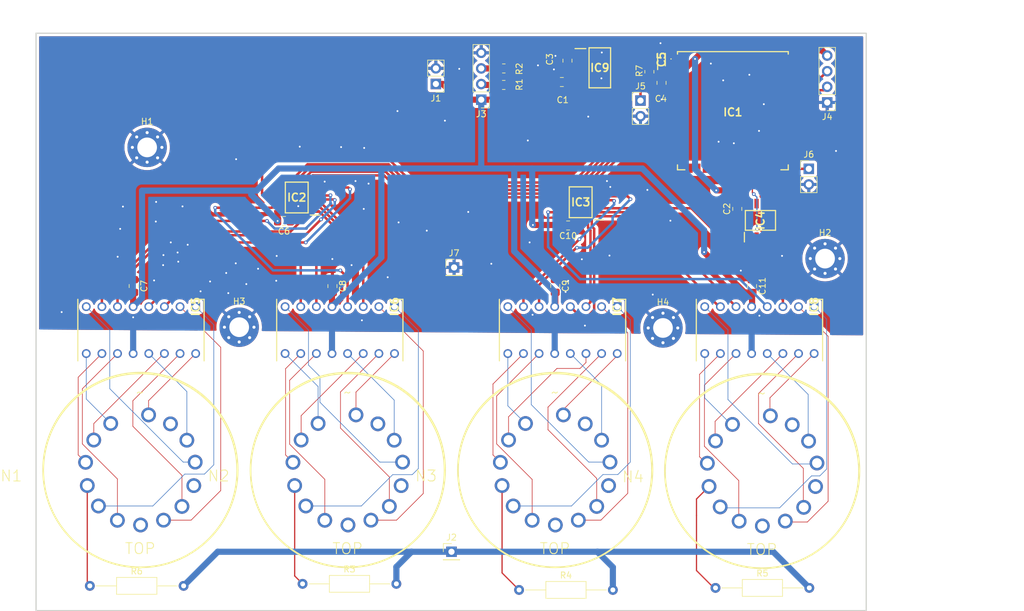
<source format=kicad_pcb>
(kicad_pcb (version 20240108) (generator "pcbnew") (generator_version "8.0")
  (layers (0 "F.Cu" signal) (31 "B.Cu" signal) (34 "B.Paste" user) (35 "F.Paste" user) (36 "B.SilkS" user "B.Silkscreen") (37 "F.SilkS" user "F.Silkscreen") (38 "B.Mask" user) (39 "F.Mask" user) (44 "Edge.Cuts" user))
  (net 0 "")
  (net 1 "+3.3V")
  (net 2 "GND")
  (net 3 "N2C")
  (net 4 "R1DO")
  (net 5 "N1A")
  (net 6 "N2A")
  (net 7 "N1D")
  (net 8 "NIXI_EN")
  (net 9 "+5V")
  (net 10 "O_CLK")
  (net 11 "RST")
  (net 12 "N2D")
  (net 13 "N2B")
  (net 14 "N1B")
  (net 15 "D_CLK")
  (net 16 "N1C")
  (net 17 "N4A")
  (net 18 "N3D")
  (net 19 "N3A")
  (net 20 "NIXI_DATA")
  (net 21 "N3B")
  (net 22 "N4C")
  (net 23 "N4D")
  (net 24 "N3C")
  (net 25 "N4B")
  (net 26 "N19")
  (net 27 "N10")
  (net 28 "N13")
  (net 29 "N17")
  (net 30 "N16")
  (net 31 "N12")
  (net 32 "N18")
  (net 33 "N14")
  (net 34 "N11")
  (net 35 "N15")
  (net 36 "N20")
  (net 37 "N25")
  (net 38 "N22")
  (net 39 "N27")
  (net 40 "N29")
  (net 41 "N23")
  (net 42 "N26")
  (net 43 "N21")
  (net 44 "N24")
  (net 45 "N28")
  (net 46 "N33")
  (net 47 "N37")
  (net 48 "N31")
  (net 49 "N38")
  (net 50 "N35")
  (net 51 "N34")
  (net 52 "N30")
  (net 53 "N32")
  (net 54 "N36")
  (net 55 "N39")
  (net 56 "N47")
  (net 57 "N45")
  (net 58 "N41")
  (net 59 "N48")
  (net 60 "N40")
  (net 61 "N46")
  (net 62 "N42")
  (net 63 "N44")
  (net 64 "N43")
  (net 65 "N49")
  (net 66 "VBUS")
  (net 70 "RXD")
  (net 73 "BOOT")
  (net 75 "TXD")
  (net 82 "Net-(J3-Pin_3)")
  (net 92 "SCL")
  (net 93 "INT")
  (net 94 "SDA")
  (net 98 "Net-(J3-Pin_2)")
  (net 99 "Net-(N2-A)")
  (net 100 "Net-(N3-A)")
  (net 101 "Net-(N4-A)")
  (net 102 "Net-(N1-A)")
  (net 103 "Net-(IC2-Q7S)")
  (net 108 "EN")
  (footprint "Capacitor_SMD:C_0805_2012Metric_Pad1.18x1.45mm_HandSolder" (layer "F.Cu") (at 232.085 93.115 90)
    (property "Reference" "C2")
    (property "Value" "10u")
  )
  (footprint "SamacSys_Parts:DIPS762W70P254L2032H510Q16N" (layer "F.Cu") (at 244.58 109 -90)
    (property "Reference" "IC8")
    (property "Value" "74141" (hide yes))
  )
  (footprint "Capacitor_SMD:C_0805_2012Metric_Pad1.18x1.45mm_HandSolder" (layer "F.Cu") (at 134.01 105.65 -90)
    (property "Reference" "C7")
    (property "Value" "10u")
  )
  (footprint "MountingHole:MountingHole_3.2mm_M3_Pad_Via" (layer "F.Cu") (at 151.15 112.34)
    (property "Reference" "H3")
    (property "Value" "MountingHole_Pad")
  )
  (footprint "Connector_PinHeader_2.54mm:PinHeader_1x01_P2.54mm_Vertical" (layer "F.Cu") (at 185.648589 148.83)
    (property "Reference" "J2")
    (property "Value" "Conn_01x01")
  )
  (footprint "Connector_PinHeader_2.54mm:PinHeader_1x02_P2.54mm_Vertical" (layer "F.Cu") (at 243.71 86.605)
    (property "Reference" "J6")
    (property "Value" "Conn_01x02")
  )
  (footprint "nixies-us:nixies-us-IN-4-DSUB" (layer "F.Cu") (at 168.765726 135.61392 180)
    (property "Reference" "N2")
    (property "Value" "~")
  )
  (footprint "Resistor_SMD:R_0805_2012Metric_Pad1.20x1.40mm_HandSolder" (layer "F.Cu") (at 194.14 72.97 180)
    (property "Reference" "R1")
    (property "Value" "4k7")
  )
  (footprint "nixies-us:nixies-us-IN-4-DSUB" (layer "F.Cu") (at 236.09906 135.76378 180)
    (property "Reference" "N4")
    (property "Value" "~")
  )
  (footprint "Connector_PinHeader_2.54mm:PinHeader_1x04_P2.54mm_Vertical" (layer "F.Cu") (at 190.48 75.37 180)
    (property "Reference" "J3")
    (property "Value" "Conn_01x04")
  )
  (footprint "Capacitor_SMD:C_0805_2012Metric_Pad1.18x1.45mm_HandSolder" (layer "F.Cu") (at 158.43 95.08 180)
    (property "Reference" "C6")
    (property "Value" "10u")
  )
  (footprint "MountingHole:MountingHole_3.2mm_M3_Pad_Via" (layer "F.Cu") (at 220.012944 112.462944)
    (property "Reference" "H4")
    (property "Value" "MountingHole_Pad")
  )
  (footprint "SamacSys_Parts:DIPS762W70P254L2032H510Q16N" (layer "F.Cu") (at 212.58 109 -90)
    (property "Reference" "IC7")
    (property "Value" "74141" (hide yes))
  )
  (footprint "Capacitor_SMD:C_0805_2012Metric_Pad1.18x1.45mm_HandSolder" (layer "F.Cu") (at 202.51 105.63 -90)
    (property "Reference" "C9")
    (property "Value" "10u")
  )
  (footprint "Capacitor_SMD:C_0805_2012Metric_Pad1.18x1.45mm_HandSolder" (layer "F.Cu") (at 204.6 95.81 180)
    (property "Reference" "C10")
    (property "Value" "10u")
  )
  (footprint "Capacitor_SMD:C_0805_2012Metric_Pad1.18x1.45mm_HandSolder" (layer "F.Cu") (at 166.3 105.66 -90)
    (property "Reference" "C8")
    (property "Value" "10u")
  )
  (footprint "SamacSys_Parts:SOP65P640X110-16N" (layer "F.Cu") (at 206.64 92.03 180)
    (property "Reference" "IC3")
    (property "Value" "74AHCT595PW-Q100,1" (hide yes))
  )
  (footprint "Capacitor_SMD:C_0805_2012Metric_Pad1.18x1.45mm_HandSolder" (layer "F.Cu") (at 204.49 69.03 -90)
    (property "Reference" "C3")
    (property "Value" "10u")
  )
  (footprint "MountingHole:MountingHole_3.2mm_M3_Pad_Via" (layer "F.Cu") (at 136.19 83.12)
    (property "Reference" "H1")
    (property "Value" "MountingHole_Pad")
  )
  (footprint "Connector_PinHeader_2.54mm:PinHeader_1x02_P2.54mm_Vertical" (layer "F.Cu") (at 216.36 75.51)
    (property "Reference" "J5")
    (property "Value" "Conn_01x02")
  )
  (footprint "Resistor_THT:R_Axial_DIN0207_L6.3mm_D2.5mm_P15.24mm_Horizontal" (layer "F.Cu") (at 228.55 154.7)
    (property "Reference" "R5")
    (property "Value" "6k8")
  )
  (footprint "SamacSys_Parts:SOT230P700X180-4N" (layer "F.Cu") (at 209.75 70.19)
    (property "Reference" "IC9")
    (property "Value" "LM1117MP-3.3_NOPB" (hide yes))
  )
  (footprint "Connector_PinHeader_2.54mm:PinHeader_1x02_P2.54mm_Vertical" (layer "F.Cu") (at 183.11 72.815 180)
    (property "Reference" "J1")
    (property "Value" "Conn_01x02")
  )
  (footprint "Resistor_SMD:R_0805_2012Metric_Pad1.20x1.40mm_HandSolder" (layer "F.Cu") (at 194.15 70.29 180)
    (property "Reference" "R2")
    (property "Value" "4k7")
  )
  (footprint "Resistor_THT:R_Axial_DIN0207_L6.3mm_D2.5mm_P15.24mm_Horizontal" (layer "F.Cu") (at 161.45 154.04)
    (property "Reference" "R3")
    (property "Value" "6k8")
  )
  (footprint "MountingHole:MountingHole_3.2mm_M3_Pad_Via" (layer "F.Cu") (at 246.35 101.19)
    (property "Reference" "H2")
    (property "Value" "MountingHole_Pad")
  )
  (footprint "SamacSys_Parts:SOIC127P600X175-8N" (layer "F.Cu") (at 235.85 94.98 90)
    (property "Reference" "IC4")
    (property "Value" "PCF85063AT_AY" (hide yes))
  )
  (footprint "SamacSys_Parts:DIPS762W70P254L2032H510Q16N" (layer "F.Cu") (at 144.08 109 -90)
    (property "Reference" "IC5")
    (property "Value" "74141" (hide yes))
  )
  (footprint "Connector_PinHeader_2.54mm:PinHeader_1x01_P2.54mm_Vertical" (layer "F.Cu") (at 186.07 102.63)
    (property "Reference" "J7")
    (property "Value" "Conn_01x01")
  )
  (footprint "SamacSys_Parts:DIPS762W70P254L2032H510Q16N" (layer "F.Cu") (at 176.39 109 -90)
    (property "Reference" "IC6")
    (property "Value" "74141" (hide yes))
  )
  (footprint "Resistor_SMD:R_0805_2012Metric_Pad1.20x1.40mm_HandSolder" (layer "F.Cu") (at 217.8 70.83 -90)
    (property "Reference" "R7")
    (property "Value" "10k")
  )
  (footprint "Resistor_THT:R_Axial_DIN0207_L6.3mm_D2.5mm_P15.24mm_Horizontal" (layer "F.Cu") (at 126.88 154.37)
    (property "Reference" "R6")
    (property "Value" "6k8")
  )
  (footprint "Capacitor_SMD:C_0805_2012Metric_Pad1.18x1.45mm_HandSolder" (layer "F.Cu") (at 203.58 72.5)
    (property "Reference" "C1")
    (property "Value" "10u")
  )
  (footprint "Resistor_THT:R_Axial_DIN0207_L6.3mm_D2.5mm_P15.24mm_Horizontal" (layer "F.Cu") (at 196.63 155.03)
    (property "Reference" "R4")
    (property "Value" "6k8")
  )
  (footprint "SamacSys_Parts:SOP65P640X110-16N" (layer "F.Cu") (at 160.5 91.265 180)
    (property "Reference" "IC2")
    (property "Value" "74AHCT595PW-Q100,1" (hide yes))
  )
  (footprint "Connector_PinHeader_2.54mm:PinHeader_1x04_P2.54mm_Vertical" (layer "F.Cu") (at 246.7 75.82 180)
    (property "Reference" "J4")
    (property "Value" "Conn_01x04")
  )
  (footprint "SamacSys_Parts:ESP32S3WROOM1UN4" (layer "F.Cu") (at 231.37 77.41)
    (property "Reference" "IC1")
    (property "Value" "ESP32-S3-WROOM-1U-N4" (hide yes))
  )
  (footprint "Capacitor_SMD:C_0805_2012Metric_Pad1.18x1.45mm_HandSolder" (layer "F.Cu") (at 219.78 72.6325 -90)
    (property "Reference" "C4")
    (property "Value" "10u")
  )
  (footprint "Capacitor_SMD:C_0805_2012Metric_Pad1.18x1.45mm_HandSolder" (layer "F.Cu") (at 234.49 105.66 -90)
    (property "Reference" "C11")
    (property "Value" "10u")
  )
  (footprint "SamacSys_Parts:CAPPM2012X120N" (layer "F.Cu") (at 219.77 68.85 90)
    (property "Reference" "C5")
    (property "Value" "TMCP0G476MTR2F" (hide yes))
  )
  (footprint "nixies-us:nixies-us-IN-4-DSUB" (layer "F.Cu") (at 202.465412 135.61392 180)
    (property "Reference" "N3")
    (property "Value" "~")
  )
  (footprint "nixies-us:nixies-us-IN-4-DSUB" (layer "F.Cu") (at 135.06604 135.61392 180)
    (property "Reference" "N1")
    (property "Value" "~")
  )
  (gr_rect (start 118.14 64.57) (end 253.04 158.39) (stroke (width 0.2)) (fill none) (layer "Edge.Cuts"))
  (segment (start 226.62 67.35) (end 225.225 68.745) (width 1) (layer "F.Cu") (net 1))
  (segment (start 223.95 70.02) (end 222.62 70.02) (width 1) (layer "F.Cu") (net 1))
  (segment (start 232.085 92.0775) (end 233.7675 92.0775) (width 0.4) (layer "F.Cu") (net 1))
  (segment (start 230.1075 90.1) (end 232.085 92.0775) (width 1) (layer "F.Cu") (net 1))
  (segment (start 228.67 90.1) (end 230.1075 90.1) (width 1) (layer "F.Cu") (net 1))
  (segment (start 212.9 70.19) (end 217.44 70.19) (width 1) (layer "F.Cu") (net 1))
  (segment (start 233.7675 92.0775) (end 233.945 92.255) (width 0.4) (layer "F.Cu") (net 1))
  (segment (start 212.7775 70.0675) (end 212.9 70.19) (width 1) (layer "F.Cu") (net 1))
  (segment (start 217.44 70.19) (end 217.8 69.83) (width 1) (layer "F.Cu") (net 1))
  (segment (start 246.7 68.2) (end 245.85 67.35) (width 1) (layer "F.Cu") (net 1))
  (segment (start 220.04 70.02) (end 222.62 70.02) (width 1) (layer "F.Cu") (net 1))
  (segment (start 219.77 69.75) (end 220.04 70.02) (width 1) (layer "F.Cu") (net 1))
  (segment (start 245.85 67.35) (end 226.62 67.35) (width 1) (layer "F.Cu") (net 1))
  (segment (start 206.6 70.19) (end 204.6125 70.19) (width 1) (layer "F.Cu") (net 1))
  (segment (start 204.6125 70.19) (end 204.49 70.0675) (width 1) (layer "F.Cu") (net 1))
  (segment (start 225.225 68.745) (end 223.95 70.02) (width 1) (layer "F.Cu") (net 1))
  (segment (start 219.69 69.83) (end 219.77 69.75) (width 1) (layer "F.Cu") (net 1))
  (segment (start 204.49 70.0675) (end 212.7775 70.0675) (width 1) (layer "F.Cu") (net 1))
  (segment (start 217.8 69.83) (end 219.69 69.83) (width 1) (layer "F.Cu") (net 1))
  (via (at 225.225 68.745) (size 0.6) (drill 0.3) (layers "F.Cu" "B.Cu") (net 1))
  (via (at 228.67 90.1) (size 0.6) (drill 0.3) (layers "F.Cu" "B.Cu") (net 1))
  (segment (start 225.225 86.655) (end 228.67 90.1) (width 1) (layer "B.Cu") (net 1))
  (segment (start 225.225 68.745) (end 225.225 86.655) (width 1) (layer "B.Cu") (net 1))
  (segment (start 209.578 89.755) (end 211.245 89.755) (width 0.4) (layer "F.Cu") (net 2))
  (segment (start 133.96 104.7) (end 134 104.74) (width 0.4) (layer "F.Cu") (net 2))
  (segment (start 134.01 104.65) (end 133.96 104.7) (width 0.4) (layer "F.Cu") (net 2))
  (segment (start 211.245 89.755) (end 211.45 89.55) (width 0.4) (layer "F.Cu") (net 2))
  (segment (start 134.01 104.6125) (end 134.01 104.65) (width 0.4) (layer "F.Cu") (net 2))
  (segment (start 134 104.74) (end 137.32 104.74) (width 0.4) (layer "F.Cu") (net 2))
  (segment (start 165.04 88.68) (end 163.748 88.68) (width 0.4) (layer "F.Cu") (net 2))
  (segment (start 163.748 88.68) (end 163.438 88.99) (width 0.4) (layer "F.Cu") (net 2))
  (via (at 234.05 71.32) (size 0.6) (drill 0.3) (layers "F.Cu" "B.Cu") (net 2))
  (via (at 219.79 75.33) (size 0.6) (drill 0.3) (layers "F.Cu" "B.Cu") (net 2))
  (via (at 166.29 101.26) (size 0.6) (drill 0.3) (layers "F.Cu" "B.Cu") (net 2))
  (via (at 198.34 98.56) (size 0.6) (drill 0.3) (layers "F.Cu" "B.Cu") (net 2))
  (via (at 211.32 100.7) (size 0.6) (drill 0.3) (layers "F.Cu" "B.Cu") (net 2))
  (via (at 207.87 78.12) (size 0.6) (drill 0.3) (layers "F.Cu" "B.Cu") (net 2))
  (via (at 157.24 100.76) (size 0.6) (drill 0.3) (layers "F.Cu" "B.Cu") (net 2))
  (via (at 149.04 103.53) (size 0.6) (drill 0.3) (layers "F.Cu" "B.Cu") (net 2))
  (via (at 231.53 82.45) (size 0.6) (drill 0.3) (layers "F.Cu" "B.Cu") (net 2))
  (via (at 199.7 69.79) (size 0.6) (drill 0.3) (layers "F.Cu" "B.Cu") (net 2))
  (via (at 138.84 100.62) (size 0.6) (drill 0.3) (layers "F.Cu" "B.Cu") (net 2))
  (via (at 160.99 83) (size 0.6) (drill 0.3) (layers "F.Cu" "B.Cu") (net 2))
  (via (at 202.29 70.45) (size 0.6) (drill 0.3) (layers "F.Cu" "B.Cu") (net 2))
  (via (at 198.05 82) (size 0.6) (drill 0.3) (layers "F.Cu" "B.Cu") (net 2))
  (via (at 204.19 106.61) (size 0.6) (drill 0.3) (layers "F.Cu" "B.Cu") (net 2))
  (via (at 171.09 111.22) (size 0.6) (drill 0.3) (layers "F.Cu" "B.Cu") (net 2))
  (via (at 239.36 100.75) (size 0.6) (drill 0.3) (layers "F.Cu" "B.Cu") (net 2))
  (via (at 150.59 101.96) (size 0.6) (drill 0.3) (layers "F.Cu" "B.Cu") (net 2))
  (via (at 150.65 85.04) (size 0.6) (drill 0.3) (layers "F.Cu" "B.Cu") (net 2))
  (via (at 210.91 88.59) (size 0.6) (drill 0.3) (layers "F.Cu" "B.Cu") (net 2))
  (via (at 160.75 92.67) (size 0.6) (drill 0.3) (layers "F.Cu" "B.Cu") (net 2))
  (via (at 176.87 77.22) (size 0.6) (drill 0.3) (layers "F.Cu" "B.Cu") (net 2))
  (via (at 141.25 101.69) (size 0.6) (drill 0.3) (layers "F.Cu" "B.Cu") (net 2))
  (via (at 152.31 105.33) (size 0.6) (drill 0.3) (layers "F.Cu" "B.Cu") (net 2))
  (via (at 198.82 110.32) (size 0.6) (drill 0.3) (layers "F.Cu" "B.Cu") (net 2))
  (via (at 157.17 104.79) (size 0.6) (drill 0.3) (layers "F.Cu" "B.Cu") (net 2))
  (via (at 144.87 106.51) (size 0.6) (drill 0.3) (layers "F.Cu" "B.Cu") (net 2))
  (via (at 167.71 83.07) (size 0.6) (drill 0.3) (layers "F.Cu" "B.Cu") (net 2))
  (via (at 236.4 76.1) (size 0.6) (drill 0.3) (layers "F.Cu" "B.Cu") (net 2))
  (via (at 170.05 88.59) (size 0.6) (drill 0.3) (layers "F.Cu" "B.Cu") (net 2))
  (via (at 184.58 78.78) (size 0.6) (drill 0.3) (layers "F.Cu" "B.Cu") (net 2))
  (via (at 235.68 110.47) (size 0.6) (drill 0.3) (layers "F.Cu" "B.Cu") (net 2))
  (via (at 219.61 66.19) (size 0.6) (drill 0.3) (layers "F.Cu" "B.Cu") (net 2))
  (via (at 227.79 69.5) (size 0.6) (drill 0.3) (layers "F.Cu" "B.Cu") (net 2))
  (via (at 131.4 100.89) (size 0.6) (drill 0.3) (layers "F.Cu" "B.Cu") (net 2))
  (via (at 204.61 104.81) (size 0.6) (drill 0.3) (layers "F.Cu" "B.Cu") (net 2))
  (via (at 202.54 68.25) (size 0.6) (drill 0.3) (layers "F.Cu" "B.Cu") (net 2))
  (via (at 206.83 101.3) (size 0.6) (drill 0.3) (layers "F.Cu" "B.Cu") (net 2))
  (via (at 217.48 90.03) (size 0.6) (drill 0.3) (layers "F.Cu" "B.Cu") (net 2))
  (via (at 218.35 107.04) (size 0.6) (drill 0.3) (layers "F.Cu" "B.Cu") (net 2))
  (via (at 229.8 72.23) (size 0.6) (drill 0.3) (layers "F.Cu" "B.Cu") (net 2))
  (via (at 146.42 104.91) (size 0.6) (drill 0.3) (layers "F.Cu" "B.Cu") (net 2))
  (via (at 181.63 96.65) (size 0.6) (drill 0.3) (layers "F.Cu" "B.Cu") (net 2))
  (via (at 188.37 93.61) (size 0.6) (drill 0.3) (layers "F.Cu" "B.Cu") (net 2))
  (via (at 172.17 89.01) (size 0.6) (drill 0.3) (layers "F.Cu" "B.Cu") (net 2))
  (via (at 248.13 83.7) (size 0.6) (drill 0.3) (layers "F.Cu" "B.Cu") (net 2))
  (via (at 137.65 91.98) (size 0.6) (drill 0.3) (layers "F.Cu" "B.Cu") (net 2))
  (via (at 142.78 98.94) (size 0.6) (drill 0.3) (layers "F.Cu" "B.Cu") (net 2))
  (via (at 141.14 100.2) (size 0.6) (drill 0.3) (layers "F.Cu" "B.Cu") (net 2))
  (via (at 138.79 102.25) (size 0.6) (drill 0.3) (layers "F.Cu" "B.Cu") (net 2))
  (via (at 154.22 102.84) (size 0.6) (drill 0.3) (layers "F.Cu" "B.Cu") (net 2))
  (via (at 165.04 88.68) (size 0.6) (drill 0.3) (layers "F.Cu" "B.Cu") (net 2))
  (via (at 177.05 95.31) (size 0.6) (drill 0.3) (layers "F.Cu" "B.Cu") (net 2))
  (via (at 137.6 95.17) (size 0.6) (drill 0.3) (layers "F.Cu" "B.Cu") (net 2))
  (via (at 140.03 98.56) (size 0.6) (drill 0.3) (layers "F.Cu" "B.Cu") (net 2))
  (via (at 132.26 92.74) (size 0.6) (drill 0.3) (layers "F.Cu" "B.Cu") (net 2))
  (via (at 133.92 110.73) (size 0.6) (drill 0.3) (layers "F.Cu" "B.Cu") (net 2))
  (via (at 207.33 112.08) (size 0.6) (drill 0.3) (layers "F.Cu" "B.Cu") (net 2))
  (via (at 186.91 70.36) (size 0.6) (drill 0.3) (layers "F.Cu" "B.Cu") (net 2))
  (via (at 169.41 102.25) (size 0.6) (drill 0.3) (layers "F.Cu" "B.Cu") (net 2))
  (via (at 141.94 92.71) (size 0.6) (drill 0.3) (layers "F.Cu" "B.Cu") (net 2))
  (via (at 211.45 89.55) (size 0.6) (drill 0.3) (layers "F.Cu" "B.Cu") (net 2))
  (via (at 232.66 103.14) (size 0.6) (drill 0.3) (layers "F.Cu" "B.Cu") (net 2))
  (via (at 192.12 102.03) (size 0.6) (drill 0.3) (layers "F.Cu" "B.Cu") (net 2))
  (via (at 149.38 106.8) (size 0.6) (drill 0.3) (layers "F.Cu" "B.Cu") (net 2))
  (via (at 137.32 104.74) (size 0.6) (drill 0.3) (layers "F.Cu" "B.Cu") (net 2))
  (via (at 131.81 96.36) (size 0.6) (drill 0.3) (layers "F.Cu" "B.Cu") (net 2))
  (via (at 235.62 80.44) (size 0.6) (drill 0.3) (layers "F.Cu" "B.Cu") (net 2))
  (via (at 210.01 71.9) (size 0.6) (drill 0.3) (layers "F.Cu" "B.Cu") (net 2))
  (via (at 175.28 104.22) (size 0.6) (drill 0.3) (layers "F.Cu" "B.Cu") (net 2))
  (via (at 171.39 93.12) (size 0.6) (drill 0.3) (layers "F.Cu" "B.Cu") (net 2))
  (via (at 210.07 67.7) (size 0.6) (drill 0.3) (layers "F.Cu" "B.Cu") (net 2))
  (via (at 221.22 95.03) (size 0.6) (drill 0.3) (layers "F.Cu" "B.Cu") (net 2))
  (via (at 122.3 109.88) (size 0.6) (drill 0.3) (layers "F.Cu" "B.Cu") (net 2))
  (via (at 171.46 83.21) (size 0.6) (drill 0.3) (layers "F.Cu" "B.Cu") (net 2))
  (via (at 229.05 82.2) (size 0.6) (drill 0.3) (layers "F.Cu" "B.Cu") (net 2))
  (segment (start 133.92 116.62) (end 133.92 110.73) (width 1) (layer "B.Cu") (net 2))
  (segment (start 166.23 116.62) (end 166.23 110.99) (width 1) (layer "B.Cu") (net 2))
  (segment (start 234.42 116.62) (end 234.42 112.08) (width 1) (layer "B.Cu") (net 2))
  (segment (start 202.42 116.62) (end 202.42 111.54) (width 1) (layer "B.Cu") (net 2))
  (segment (start 202.42 111.54) (end 202.43 111.53) (width 1) (layer "B.Cu") (net 2))
  (segment (start 166.681722 96.068278) (end 164.153444 93.54) (width 0.4) (layer "F.Cu") (net 3))
  (segment (start 161.15 101.6) (end 166.681722 96.068278) (width 0.4) (layer "F.Cu") (net 3))
  (segment (start 161.15 109) (end 161.15 101.6) (width 0.4) (layer "F.Cu") (net 3))
  (segment (start 164.153444 93.54) (end 163.438 93.54) (width 0.4) (layer "F.Cu") (net 3))
  (segment (start 179.248528 88.83) (end 175.688528 85.27) (width 0.4) (layer "F.Cu") (net 4))
  (segment (start 156.38 85.27) (end 154.87 86.78) (width 0.4) (layer "F.Cu") (net 4))
  (segment (start 202.788028 89.755) (end 201.863028 88.83) (width 0.4) (layer "F.Cu") (net 4))
  (segment (start 156.46 92.24) (end 157.562 92.24) (width 0.4) (layer "F.Cu") (net 4))
  (segment (start 154.87 86.78) (end 154.87 90.65) (width 0.4) (layer "F.Cu") (net 4))
  (segment (start 175.688528 85.27) (end 156.38 85.27) (width 0.4) (layer "F.Cu") (net 4))
  (segment (start 203.702 89.755) (end 202.788028 89.755) (width 0.4) (layer "F.Cu") (net 4))
  (segment (start 201.863028 88.83) (end 179.248528 88.83) (width 0.4) (layer "F.Cu") (net 4))
  (segment (start 154.87 90.65) (end 156.46 92.24) (width 0.4) (layer "F.Cu") (net 4))
  (segment (start 149.43 98.57) (end 161.97 98.57) (width 0.4) (layer "F.Cu") (net 5))
  (segment (start 169.16 89.93) (end 168.87 89.64) (width 0.4) (layer "F.Cu") (net 5))
  (segment (start 139 109) (end 149.43 98.57) (width 0.4) (layer "F.Cu") (net 5))
  (segment (start 168.87 89.64) (end 163.438 89.64) (width 0.4) (layer "F.Cu") (net 5))
  (via (at 161.97 98.57) (size 0.6) (drill 0.3) (layers "F.Cu" "B.Cu") (net 5))
  (via (at 169.16 89.93) (size 0.6) (drill 0.3) (layers "F.Cu" "B.Cu") (net 5))
  (segment (start 169.16 91.39995) (end 169.16 89.93) (width 0.4) (layer "B.Cu") (net 5))
  (segment (start 161.97 98.57) (end 161.98995 98.57) (width 0.4) (layer "B.Cu") (net 5))
  (segment (start 161.98995 98.57) (end 169.16 91.39995) (width 0.4) (layer "B.Cu") (net 5))
  (segment (start 171.31 98.9995) (end 164.5505 92.24) (width 0.4) (layer "F.Cu") (net 6))
  (segment (start 164.5505 92.24) (end 163.438 92.24) (width 0.4) (layer "F.Cu") (net 6))
  (segment (start 171.31 109) (end 171.31 98.9995) (width 0.4) (layer "F.Cu") (net 6))
  (segment (start 148.07 97.39) (end 161.88 97.39) (width 0.4) (layer "F.Cu") (net 7))
  (segment (start 166.59 91.59) (end 163.438 91.59) (width 0.4) (layer "F.Cu") (net 7))
  (segment (start 166.68 91.68) (end 166.59 91.59) (width 0.4) (layer "F.Cu") (net 7))
  (segment (start 136.46 109) (end 148.07 97.39) (width 0.4) (layer "F.Cu") (net 7))
  (segment (start 161.88 97.39) (end 164.446747 94.823253) (width 0.4) (layer "F.Cu") (net 7))
  (via (at 166.68 91.68) (size 0.6) (drill 0.3) (layers "F.Cu" "B.Cu") (net 7))
  (via (at 164.446747 94.823253) (size 0.6) (drill 0.3) (layers "F.Cu" "B.Cu") (net 7))
  (segment (start 166.68 92.59) (end 166.68 91.68) (width 0.4) (layer "B.Cu") (net 7))
  (segment (start 164.446747 94.823253) (end 166.68 92.59) (width 0.4) (layer "B.Cu") (net 7))
  (segment (start 201.993916 92.355) (end 200.868916 91.23) (width 0.4) (layer "F.Cu") (net 8))
  (segment (start 178.254416 91.23) (end 174.694416 87.67) (width 0.4) (layer "F.Cu") (net 8))
  (segment (start 207.2405 89.481472) (end 214.001972 82.72) (width 0.4) (layer "F.Cu") (net 8))
  (segment (start 207.2405 91.034416) (end 207.2405 89.481472) (width 0.4) (layer "F.Cu") (net 8))
  (segment (start 203.702 92.355) (end 201.993916 92.355) (width 0.4) (layer "F.Cu") (net 8))
  (segment (start 200.868916 91.23) (end 178.254416 91.23) (width 0.4) (layer "F.Cu") (net 8))
  (segment (start 159.175584 91.59) (end 157.562 91.59) (width 0.4) (layer "F.Cu") (net 8))
  (segment (start 174.694416 87.67) (end 163.095584 87.67) (width 0.4) (layer "F.Cu") (net 8))
  (segment (start 214.001972 82.72) (end 222.62 82.72) (width 0.4) (layer "F.Cu") (net 8))
  (segment (start 205.919916 92.355) (end 207.2405 91.034416) (width 0.4) (layer "F.Cu") (net 8))
  (segment (start 203.702 92.355) (end 205.919916 92.355) (width 0.4) (layer "F.Cu") (net 8))
  (segment (start 163.095584 87.67) (end 159.175584 91.59) (width 0.4) (layer "F.Cu") (net 8))
  (segment (start 202.4725 75.37) (end 204.6175 73.225) (width 1) (layer "F.Cu") (net 9))
  (segment (start 184.225 72.815) (end 186.78 75.37) (width 1) (layer "F.Cu") (net 9))
  (segment (start 195.15 72.96) (end 195.14 72.97) (width 1) (layer "F.Cu") (net 9))
  (segment (start 195.15 70.29) (end 195.15 72.96) (width 1) (layer "F.Cu") (net 9))
  (segment (start 202.51 106.6675) (end 202.51 108.91) (width 1) (layer "F.Cu") (net 9))
  (segment (start 234.49 106.6975) (end 234.49 108.93) (width 1) (layer "F.Cu") (net 9))
  (segment (start 133.92 106.7775) (end 134.01 106.6875) (width 1) (layer "F.Cu") (net 9))
  (segment (start 203.5625 95.81) (end 203.5625 94.7195) (width 1) (layer "F.Cu") (net 9))
  (segment (start 195.14 72.97) (end 195.14 75.23) (width 1) (layer "F.Cu") (net 9))
  (segment (start 202.51 108.91) (end 202.42 109) (width 1) (layer "F.Cu") (net 9))
  (segment (start 166.23 106.7675) (end 166.3 106.6975) (width 1) (layer "F.Cu") (net 9))
  (segment (start 234.49 108.93) (end 234.42 109) (width 1) (layer "F.Cu") (net 9))
  (segment (start 190.48 75.37) (end 195 75.37) (width 1) (layer "F.Cu") (net 9))
  (segment (start 203.4825 95.73) (end 203.5625 95.81) (width 1) (layer "F.Cu") (net 9))
  (segment (start 157.3925 93.9845) (end 157.562 93.815) (width 1) (layer "F.Cu") (net 9))
  (segment (start 166.23 109) (end 166.23 106.7675) (width 1) (layer "F.Cu") (net 9))
  (segment (start 204.6175 72.5) (end 206.59 72.5) (width 1) (layer "F.Cu") (net 9))
  (segment (start 195.14 75.23) (end 195 75.37) (width 1) (layer "F.Cu") (net 9))
  (segment (start 157.3925 95.08) (end 157.3925 93.9845) (width 1) (layer "F.Cu") (net 9))
  (segment (start 198.88 95.73) (end 203.4825 95.73) (width 1) (layer "F.Cu") (net 9))
  (segment (start 203.5625 94.7195) (end 203.702 94.58) (width 1) (layer "F.Cu") (net 9))
  (segment (start 183.11 72.815) (end 184.225 72.815) (width 1) (layer "F.Cu") (net 9))
  (segment (start 226.7 100.14) (end 233.2575 106.6975) (width 1) (layer "F.Cu") (net 9))
  (segment (start 233.2575 106.6975) (end 234.49 106.6975) (width 1) (layer "F.Cu") (net 9))
  (segment (start 195 75.37) (end 202.4725 75.37) (width 1) (layer "F.Cu") (net 9))
  (segment (start 133.92 109) (end 133.92 106.7775) (width 1) (layer "F.Cu") (net 9))
  (segment (start 186.78 75.37) (end 190.48 75.37) (width 1) (layer "F.Cu") (net 9))
  (segment (start 206.59 72.5) (end 206.6 72.49) (width 1) (layer "F.Cu") (net 9))
  (segment (start 204.6175 73.225) (end 204.6175 72.5) (width 1) (layer "F.Cu") (net 9))
  (via (at 157.3925 95.08) (size 0.6) (drill 0.3) (layers "F.Cu" "B.Cu") (net 9))
  (via (at 226.7 100.14) (size 0.6) (drill 0.3) (layers "F.Cu" "B.Cu") (net 9))
  (via (at 198.88 95.73) (size 0.6) (drill 0.3) (layers "F.Cu" "B.Cu") (net 9))
  (segment (start 202.42 106.64) (end 202.42 109) (width 1) (layer "B.Cu") (net 9))
  (segment (start 135.36 90.15) (end 135.36 107.56) (width 1) (layer "B.Cu") (net 9))
  (segment (start 157.55 86.55) (end 153.95 90.15) (width 1) (layer "B.Cu") (net 9))
  (segment (start 217.56 87.45) (end 226.7 96.59) (width 1) (layer "B.Cu") (net 9))
  (segment (start 174.25 100.98) (end 166.23 109) (width 1) (layer "B.Cu") (net 9))
  (segment (start 226.7 96.59) (end 226.7 100.14) (width 1) (layer "B.Cu") (net 9))
  (segment (start 153.11 90.15) (end 153.11 90.7975) (width 1) (layer "B.Cu") (net 9))
  (segment (start 190.46 86.55) (end 174.25 86.55) (width 1) (layer "B.Cu") (net 9))
  (segment (start 216.66 86.55) (end 217.56 87.45) (width 1) (layer "B.Cu") (net 9))
  (segment (start 190.48 86.53) (end 190.46 86.55) (width 1) (layer "B.Cu") (net 9))
  (segment (start 198.76 86.55) (end 216.66 86.55) (width 1) (layer "B.Cu") (net 9))
  (segment (start 202.45 106.61) (end 202.42 106.64) (width 1) (layer "B.Cu") (net 9))
  (segment (start 135.36 107.56) (end 133.92 109) (width 1) (layer "B.Cu") (net 9))
  (segment (start 153.11 90.15) (end 135.36 90.15) (width 1) (layer "B.Cu") (net 9))
  (segment (start 195.84 86.55) (end 198.76 86.55) (width 1) (layer "B.Cu") (net 9))
  (segment (start 174.25 86.55) (end 174.25 100.98) (width 1) (layer "B.Cu") (net 9))
  (segment (start 190.46 86.55) (end 195.84 86.55) (width 1) (layer "B.Cu") (net 9))
  (segment (start 195.84 86.55) (end 195.84 100) (width 1) (layer "B.Cu") (net 9))
  (segment (start 198.76 86.55) (end 198.76 95.61) (width 1) (layer "B.Cu") (net 9))
  (segment (start 198.76 95.61) (end 198.88 95.73) (width 1) (layer "B.Cu") (net 9))
  (segment (start 174.25 86.55) (end 157.55 86.55) (width 1) (layer "B.Cu") (net 9))
  (segment (start 190.48 75.37) (end 190.48 86.53) (width 1) (layer "B.Cu") (net 9))
  (segment (start 153.95 90.15) (end 153.11 90.15) (width 1) (layer "B.Cu") (net 9))
  (segment (start 195.84 100) (end 202.45 106.61) (width 1) (layer "B.Cu") (net 9))
  (segment (start 153.11 90.7975) (end 157.3925 95.08) (width 1) (layer "B.Cu") (net 9))
  (segment (start 203.702 91.705) (end 202.192444 91.705) (width 0.4) (layer "F.Cu") (net 10))
  (segment (start 206.6405 89.232944) (end 214.423444 81.45) (width 0.4) (layer "F.Cu") (net 10))
  (segment (start 201.117444 90.63) (end 178.502944 90.63) (width 0.4) (layer "F.Cu") (net 10))
  (segment (start 158.977056 90.94) (end 157.562 90.94) (width 0.4) (layer "F.Cu") (net 10))
  (segment (start 202.192444 91.705) (end 201.117444 90.63) (width 0.4) (layer "F.Cu") (net 10))
  (segment (start 214.423444 81.45) (end 222.62 81.45) (width 0.4) (layer "F.Cu") (net 10))
  (segment (start 178.502944 90.63) (end 174.942944 87.07) (width 0.4) (layer "F.Cu") (net 10))
  (segment (start 203.702 91.705) (end 205.721388 91.705) (width 0.4) (layer "F.Cu") (net 10))
  (segment (start 162.847056 87.07) (end 158.977056 90.94) (width 0.4) (layer "F.Cu") (net 10))
  (segment (start 206.6405 90.785888) (end 206.6405 89.232944) (width 0.4) (layer "F.Cu") (net 10))
  (segment (start 205.721388 91.705) (end 206.6405 90.785888) (width 0.4) (layer "F.Cu") (net 10))
  (segment (start 174.942944 87.07) (end 162.847056 87.07) (width 0.4) (layer "F.Cu") (net 10))
  (segment (start 221.38 78.91) (end 222.62 78.91) (width 0.4) (layer "F.Cu") (net 11))
  (segment (start 205.324332 88.852056) (end 214.596388 79.58) (width 0.4) (layer "F.Cu") (net 11))
  (segment (start 202.5895 90.405) (end 201.6145 89.43) (width 0.4) (layer "F.Cu") (net 11))
  (segment (start 220.71 79.58) (end 221.38 78.91) (width 0.4) (layer "F.Cu") (net 11))
  (segment (start 214.596388 79.58) (end 220.71 79.58) (width 0.4) (layer "F.Cu") (net 11))
  (segment (start 162.25 85.87) (end 158.48 89.64) (width 0.4) (layer "F.Cu") (net 11))
  (segment (start 205.324332 90.405) (end 205.324332 88.852056) (width 0.4) (layer "F.Cu") (net 11))
  (segment (start 203.702 90.405) (end 205.324332 90.405) (width 0.4) (layer "F.Cu") (net 11))
  (segment (start 201.6145 89.43) (end 179 89.43) (width 0.4) (layer "F.Cu") (net 11))
  (segment (start 203.702 90.405) (end 202.5895 90.405) (width 0.4) (layer "F.Cu") (net 11))
  (segment (start 158.48 89.64) (end 157.562 89.64) (width 0.4) (layer "F.Cu") (net 11))
  (segment (start 175.44 85.87) (end 162.25 85.87) (width 0.4) (layer "F.Cu") (net 11))
  (segment (start 179 89.43) (end 175.44 85.87) (width 0.4) (layer "F.Cu") (net 11))
  (segment (start 156.41 92.89) (end 157.562 92.89) (width 0.4) (layer "F.Cu") (net 12))
  (segment (start 147.25 92.93) (end 156.37 92.93) (width 0.4) (layer "F.Cu") (net 12))
  (segment (start 168.77 104.29) (end 168.77 109) (width 0.4) (layer "F.Cu") (net 12))
  (segment (start 156.37 92.93) (end 156.41 92.89) (width 0.4) (layer "F.Cu") (net 12))
  (segment (start 167.58 103.1) (end 168.77 104.29) (width 0.4) (layer "F.Cu") (net 12))
  (via (at 147.25 92.93) (size 0.6) (drill 0.3) (layers "F.Cu" "B.Cu") (net 12))
  (via (at 167.58 103.1) (size 0.6) (drill 0.3) (layers "F.Cu" "B.Cu") (net 12))
  (segment (start 167.58 103.1) (end 156.65 103.1) (width 0.4) (layer "B.Cu") (net 12))
  (segment (start 156.65 103.1) (end 147.25 93.7) (width 0.4) (layer "B.Cu") (net 12))
  (segment (start 147.25 93.7) (end 147.25 92.93) (width 0.4) (layer "B.Cu") (net 12))
  (segment (start 163.463 92.865) (end 163.438 92.89) (width 0.4) (layer "F.Cu") (net 13))
  (segment (start 167.565986 96.104014) (end 164.326972 92.865) (width 0.4) (layer "F.Cu") (net 13))
  (segment (start 163.69 99.98) (end 167.565986 96.104014) (width 0.4) (layer "F.Cu") (net 13))
  (segment (start 163.69 109) (end 163.69 99.98) (width 0.4) (layer "F.Cu") (net 13))
  (segment (start 164.326972 92.865) (end 163.463 92.865) (width 0.4) (layer "F.Cu") (net 13))
  (segment (start 140.093834 96.79) (end 159.496166 96.79) (width 0.4) (layer "F.Cu") (net 14))
  (segment (start 162.3005 93.985666) (end 162.3005 90.315) (width 0.4) (layer "F.Cu") (net 14))
  (segment (start 162.3255 90.29) (end 163.438 90.29) (width 0.4) (layer "F.Cu") (net 14))
  (segment (start 159.496166 96.79) (end 162.3005 93.985666) (width 0.4) (layer "F.Cu") (net 14))
  (segment (start 131.38 109) (end 131.38 105.503834) (width 0.4) (layer "F.Cu") (net 14))
  (segment (start 162.3005 90.315) (end 162.3255 90.29) (width 0.4) (layer "F.Cu") (net 14))
  (segment (start 131.38 105.503834) (end 140.093834 96.79) (width 0.4) (layer "F.Cu") (net 14))
  (segment (start 162.498528 86.47) (end 158.678528 90.29) (width 0.4) (layer "F.Cu") (net 15))
  (segment (start 203.702 91.055) (end 205.52286 91.055) (width 0.4) (layer "F.Cu") (net 15))
  (segment (start 203.702 91.055) (end 202.390972 91.055) (width 0.4) (layer "F.Cu") (net 15))
  (segment (start 205.52286 91.055) (end 206.0405 90.53736) (width 0.4) (layer "F.Cu") (net 15))
  (segment (start 206.0405 88.984416) (end 214.844916 80.18) (width 0.4) (layer "F.Cu") (net 15))
  (segment (start 214.844916 80.18) (end 222.62 80.18) (width 0.4) (layer "F.Cu") (net 15))
  (segment (start 201.365972 90.03) (end 178.751472 90.03) (width 0.4) (layer "F.Cu") (net 15))
  (segment (start 175.191472 86.47) (end 162.498528 86.47) (width 0.4) (layer "F.Cu") (net 15))
  (segment (start 178.751472 90.03) (end 175.191472 86.47) (width 0.4) (layer "F.Cu") (net 15))
  (segment (start 202.390972 91.055) (end 201.365972 90.03) (width 0.4) (layer "F.Cu") (net 15))
  (segment (start 206.0405 90.53736) (end 206.0405 88.984416) (width 0.4) (layer "F.Cu") (net 15))
  (segment (start 158.678528 90.29) (end 157.562 90.29) (width 0.4) (layer "F.Cu") (net 15))
  (segment (start 165.93 90.94) (end 163.438 90.94) (width 0.4) (layer "F.Cu") (net 16))
  (segment (start 128.84 109) (end 128.84 107.195306) (width 0.4) (layer "F.Cu") (net 16))
  (segment (start 165.98 90.89) (end 165.93 90.94) (width 0.4) (layer "F.Cu") (net 16))
  (segment (start 128.84 107.195306) (end 140.965306 95.07) (width 0.4) (layer "F.Cu") (net 16))
  (segment (start 140.965306 95.07) (end 155.67 95.07) (width 0.4) (layer "F.Cu") (net 16))
  (via (at 155.67 95.07) (size 0.6) (drill 0.3) (layers "F.Cu" "B.Cu") (net 16))
  (via (at 165.98 90.89) (size 0.6) (drill 0.3) (layers "F.Cu" "B.Cu") (net 16))
  (segment (start 165.98 92.16) (end 165.98 90.89) (width 0.4) (layer "B.Cu") (net 16))
  (segment (start 162.09 96.31) (end 162.09 96.19005) (width 0.4) (layer "B.Cu") (net 16))
  (segment (start 156.91 96.31) (end 162.09 96.31) (width 0.4) (layer "B.Cu") (net 16))
  (segment (start 162.09 96.19005) (end 166.04005 92.24) (width 0.4) (layer "B.Cu") (net 16))
  (segment (start 166.08 92.26) (end 165.98 92.16) (width 0.4) (layer "B.Cu") (net 16))
  (segment (start 166.04005 92.24) (end 166.06 92.24) (width 0.4) (layer "B.Cu") (net 16))
  (segment (start 155.67 95.07) (end 156.91 96.31) (width 0.4) (layer "B.Cu") (net 16))
  (segment (start 166.06 92.24) (end 166.08 92.26) (width 0.4) (layer "B.Cu") (net 16))
  (segment (start 239.5 109) (end 239.5 107.893834) (width 0.4) (layer "F.Cu") (net 17))
  (segment (start 239.5 107.893834) (end 224.611166 93.005) (width 0.4) (layer "F.Cu") (net 17))
  (segment (start 224.611166 93.005) (end 209.578 93.005) (width 0.4) (layer "F.Cu") (net 17))
  (segment (start 208.4405 95.9505) (end 208.4405 92.38) (width 0.4) (layer "F.Cu") (net 18))
  (segment (start 206.58 110.62) (end 207.72 110.62) (width 0.4) (layer "F.Cu") (net 18))
  (segment (start 207.72 110.62) (end 208.83 109.51) (width 0.4) (layer "F.Cu") (net 18))
  (segment (start 204.96 109) (end 206.58 110.62) (width 0.4) (layer "F.Cu") (net 18))
  (segment (start 208.83 96.34) (end 208.4405 95.9505) (width 0.4) (layer "F.Cu") (net 18))
  (segment (start 208.4405 92.38) (end 208.4655 92.355) (width 0.4) (layer "F.Cu") (net 18))
  (segment (start 208.83 109.51) (end 208.83 96.34) (width 0.4) (layer "F.Cu") (net 18))
  (segment (start 208.4655 92.355) (end 209.578 92.355) (width 0.4) (layer "F.Cu") (net 18))
  (segment (start 207.8405 92.131472) (end 208.216972 91.755) (width 0.4) (layer "F.Cu") (net 19))
  (segment (start 208.216972 91.755) (end 208.4405 91.755) (width 0.4) (layer "F.Cu") (net 19))
  (segment (start 207.5 109) (end 208.23 108.27) (width 0.4) (layer "F.Cu") (net 19))
  (segment (start 208.23 96.588528) (end 207.8405 96.199028) (width 0.4) (layer "F.Cu") (net 19))
  (segment (start 208.23 108.27) (end 208.23 96.588528) (width 0.4) (layer "F.Cu") (net 19))
  (segment (start 208.4405 90.43) (end 208.4655 90.405) (width 0.4) (layer "F.Cu") (net 19))
  (segment (start 207.8405 96.199028) (end 207.8405 92.131472) (width 0.4) (layer "F.Cu") (net 19))
  (segment (start 208.4405 91.755) (end 208.4405 90.43) (width 0.4) (layer "F.Cu") (net 19))
  (segment (start 208.4655 90.405) (end 209.578 90.405) (width 0.4) (layer "F.Cu") (net 19))
  (segment (start 207.8405 91.282944) (end 206.118444 93.005) (width 0.4) (layer "F.Cu") (net 20))
  (segment (start 222.62 83.99) (end 213.5805 83.99) (width 0.4) (layer "F.Cu") (net 20))
  (segment (start 206.118444 93.005) (end 203.702 93.005) (width 0.4) (layer "F.Cu") (net 20))
  (segment (start 213.5805 83.99) (end 207.8405 89.73) (width 0.4) (layer "F.Cu") (net 20))
  (segment (start 207.8405 89.73) (end 207.8405 91.282944) (width 0.4) (layer "F.Cu") (net 20))
  (segment (start 199.88 105.483834) (end 205.943834 99.42) (width 0.4) (layer "F.Cu") (net 21))
  (segment (start 205.943834 99.42) (end 206.04 99.42) (width 0.4) (layer "F.Cu") (net 21))
  (segment (start 214.245 91.055) (end 209.578 91.055) (width 0.4) (layer "F.Cu") (net 21))
  (segment (start 199.88 109) (end 199.88 105.483834) (width 0.4) (layer "F.Cu") (net 21))
  (segment (start 214.73 91.54) (end 214.245 91.055) (width 0.4) (layer "F.Cu") (net 21))
  (via (at 214.73 91.54) (size 0.6) (drill 0.3) (layers "F.Cu" "B.Cu") (net 21))
  (via (at 206.04 99.42) (size 0.6) (drill 0.3) (layers "F.Cu" "B.Cu") (net 21))
  (segment (start 207.78 99.42) (end 206.04 99.42) (width 0.4) (layer "B.Cu") (net 21))
  (segment (start 211.83 94.44) (end 211.83 95.37) (width 0.4) (layer "B.Cu") (net 21))
  (segment (start 214.73 91.54) (end 211.83 94.44) (width 0.4) (layer "B.Cu") (net 21))
  (segment (start 211.83 95.37) (end 207.78 99.42) (width 0.4) (layer "B.Cu") (net 21))
  (segment (start 229.14 109) (end 214.445 94.305) (width 0.4) (layer "F.Cu") (net 22))
  (segment (start 229.34 109) (end 229.14 109) (width 0.4) (layer "F.Cu") (net 22))
  (segment (start 214.445 94.305) (end 209.578 94.305) (width 0.4) (layer "F.Cu") (net 22))
  (segment (start 201.355 93.655) (end 201.35 93.65) (width 0.4) (layer "F.Cu") (net 23))
  (segment (start 203.702 93.655) (end 201.355 93.655) (width 0.4) (layer "F.Cu") (net 23))
  (via (at 201.35 93.65) (size 0.6) (drill 0.3) (layers "F.Cu" "B.Cu") (net 23))
  (segment (start 201.35 99.3) (end 206.57 104.52) (width 0.4) (layer "B.Cu") (net 23))
  (segment (start 201.35 93.65) (end 201.35 99.3) (width 0.4) (layer "B.Cu") (net 23))
  (segment (start 206.57 104.52) (end 232.48 104.52) (width 0.4) (layer "B.Cu") (net 23))
  (segment (start 232.48 104.52) (end 236.96 109) (width 0.4) (layer "B.Cu") (net 23))
  (segment (start 212.07 91.82) (end 211.955 91.705) (width 0.4) (layer "F.Cu") (net 24))
  (segment (start 211.955 91.705) (end 209.578 91.705) (width 0.4) (layer "F.Cu") (net 24))
  (segment (start 197.34 109) (end 197.34 107.13) (width 0.4) (layer "F.Cu") (net 24))
  (segment (start 197.34 107.13) (end 206.43 98.04) (width 0.4) (layer "F.Cu") (net 24))
  (via (at 206.43 98.04) (size 0.6) (drill 0.3) (layers "F.Cu" "B.Cu") (net 24))
  (via (at 212.07 91.82) (size 0.6) (drill 0.3) (layers "F.Cu" "B.Cu") (net 24))
  (segment (start 206.43 98.04) (end 212.07 92.4) (width 0.4) (layer "B.Cu") (net 24))
  (segment (start 212.07 92.4) (end 212.07 91.82) (width 0.4) (layer "B.Cu") (net 24))
  (segment (start 216.535 93.655) (end 209.578 93.655) (width 0.4) (layer "F.Cu") (net 25))
  (segment (start 231.88 109) (end 216.535 93.655) (width 0.4) (layer "F.Cu") (net 25))
  (segment (start 128.27916 141.38988) (end 137.12012 141.38988) (width 0.1) (layer "B.Cu") (net 26))
  (segment (start 147.02 134.7) (end 147.02 111.94) (width 0.1) (layer "B.Cu") (net 26))
  (segment (start 137.12012 141.38988) (end 142.3 136.21) (width 0.1) (layer "B.Cu") (net 26))
  (segment (start 147.02 111.94) (end 144.08 109) (width 0.1) (layer "B.Cu") (net 26))
  (segment (start 145.51 136.21) (end 147.02 134.7) (width 0.1) (layer "B.Cu") (net 26))
  (segment (start 142.3 136.21) (end 145.51 136.21) (width 0.1) (layer "B.Cu") (net 26))
  (segment (start 143.3338 143.6962) (end 148.15 138.88) (width 0.1) (layer "F.Cu") (net 27))
  (segment (start 148.15 138.88) (end 148.15 115.61) (width 0.1) (layer "F.Cu") (net 27))
  (segment (start 148.15 115.61) (end 141.54 109) (width 0.1) (layer "F.Cu") (net 27))
  (segment (start 138.85826 143.6962) (end 143.3338 143.6962) (width 0.1) (layer "F.Cu") (net 27))
  (segment (start 144.00176 134.26264) (end 142.051794 134.26264) (width 0.1) (layer "B.Cu") (net 28))
  (segment (start 130.12 112.82) (end 126.3 109) (width 0.1) (layer "B.Cu") (net 28))
  (segment (start 142.051794 134.26264) (end 130.12 122.330846) (width 0.1) (layer "B.Cu") (net 28))
  (segment (start 130.12 122.330846) (end 130.12 112.82) (width 0.1) (layer "B.Cu") (net 28))
  (segment (start 125.66 131.3) (end 125.66 122.34) (width 0.1) (layer "F.Cu") (net 29))
  (segment (start 131.36018 143.71398) (end 131.36018 137.00018) (width 0.1) (layer "F.Cu") (net 29))
  (segment (start 125.66 122.34) (end 131.38 116.62) (width 0.1) (layer "F.Cu") (net 29))
  (segment (start 131.36018 137.00018) (end 125.66 131.3) (width 0.1) (layer "F.Cu") (net 29))
  (segment (start 127.5197 128.0003) (end 138.9 116.62) (width 0.1) (layer "F.Cu") (net 30))
  (segment (start 138.9 116.62) (end 139 116.62) (width 0.1) (layer "F.Cu") (net 30))
  (segment (start 127.5197 130.67108) (end 127.5197 128.0003) (width 0.1) (layer "F.Cu") (net 30))
  (segment (start 141.84784 141.461) (end 141.84784 136.41784) (width 0.1) (layer "F.Cu") (net 31))
  (segment (start 133.87 128.44) (end 133.87 124.29) (width 0.1) (layer "F.Cu") (net 31))
  (segment (start 133.87 124.29) (end 141.54 116.62) (width 0.1) (layer "F.Cu") (net 31))
  (segment (start 141.84784 136.41784) (end 133.87 128.44) (width 0.1) (layer "F.Cu") (net 31))
  (segment (start 126.18874 134.29312) (end 124.98986 133.09424) (width 0.1) (layer "F.Cu") (net 32))
  (segment (start 124.98986 133.09424) (end 124.98986 120.47014) (width 0.1) (layer "F.Cu") (net 32))
  (segment (start 124.98986 120.47014) (end 128.84 116.62) (width 0.1) (layer "F.Cu") (net 32))
  (segment (start 126.3 124.0107) (end 126.3 116.62) (width 0.1) (layer "B.Cu") (net 33))
  (segment (start 130.27306 127.98376) (end 126.3 124.0107) (width 0.1) (layer "B.Cu") (net 33))
  (segment (start 136.42748 124.27252) (end 144.08 116.62) (width 0.1) (layer "F.Cu") (net 34))
  (segment (start 136.42748 126.5893) (end 136.42748 124.27252) (width 0.1) (layer "F.Cu") (net 34))
  (segment (start 142.64286 130.70156) (end 142.64286 122.80286) (width 0.1) (layer "B.Cu") (net 35))
  (segment (start 142.64286 122.80286) (end 136.46 116.62) (width 0.1) (layer "B.Cu") (net 35))
  (segment (start 176.7238 143.6962) (end 181.06 139.36) (width 0.1) (layer "F.Cu") (net 36))
  (segment (start 172.557946 143.6962) (end 176.7238 143.6962) (width 0.1) (layer "F.Cu") (net 36))
  (segment (start 181.06 139.36) (end 181.06 116.21) (width 0.1) (layer "F.Cu") (net 36))
  (segment (start 181.06 116.21) (end 173.85 109) (width 0.1) (layer "F.Cu") (net 36))
  (segment (start 176.342546 130.70156) (end 176.342546 124.192546) (width 0.1) (layer "B.Cu") (net 37))
  (segment (start 176.342546 124.192546) (end 168.77 116.62) (width 0.1) (layer "B.Cu") (net 37))
  (segment (start 167.61 122.86) (end 173.85 116.62) (width 0.1) (layer "F.Cu") (net 38))
  (segment (start 175.547526 136.667526) (end 167.61 128.73) (width 0.1) (layer "F.Cu") (net 38))
  (segment (start 167.61 128.73) (end 167.61 122.86) (width 0.1) (layer "F.Cu") (net 38))
  (segment (start 175.547526 141.461) (end 175.547526 136.667526) (width 0.1) (layer "F.Cu") (net 38))
  (segment (start 159.35 120.96) (end 163.69 116.62) (width 0.1) (layer "F.Cu") (net 39))
  (segment (start 159.35 131.35) (end 159.35 120.96) (width 0.1) (layer "F.Cu") (net 39))
  (segment (start 165.059866 137.059866) (end 159.35 131.35) (width 0.1) (layer "F.Cu") (net 39))
  (segment (start 165.059866 143.71398) (end 165.059866 137.059866) (width 0.1) (layer "F.Cu") (net 39))
  (segment (start 179.27 136.3) (end 180.26 135.31) (width 0.1) (layer "B.Cu") (net 40))
  (segment (start 161.978846 141.38988) (end 171.00012 141.38988) (width 0.1) (layer "B.Cu") (net 40))
  (segment (start 176.09 136.3) (end 179.27 136.3) (width 0.1) (layer "B.Cu") (net 40))
  (segment (start 180.26 112.87) (end 176.39 109) (width 0.1) (layer "B.Cu") (net 40))
  (segment (start 171.00012 141.38988) (end 176.09 136.3) (width 0.1) (layer "B.Cu") (net 40))
  (segment (start 180.26 135.31) (end 180.26 112.87) (width 0.1) (layer "B.Cu") (net 40))
  (segment (start 177.701446 134.26264) (end 174.00264 134.26264) (width 0.1) (layer "B.Cu") (net 41))
  (segment (start 164.272746 124.532746) (end 164.272746 120.352746) (width 0.1) (layer "B.Cu") (net 41))
  (segment (start 162.41 118.49) (end 162.41 112.8) (width 0.1) (layer "B.Cu") (net 41))
  (segment (start 162.41 112.8) (end 158.61 109) (width 0.1) (layer "B.Cu") (net 41))
  (segment (start 174.00264 134.26264) (end 164.272746 124.532746) (width 0.1) (layer "B.Cu") (net 41))
  (segment (start 164.272746 120.352746) (end 162.41 118.49) (width 0.1) (layer "B.Cu") (net 41))
  (segment (start 161.219386 126.710614) (end 171.31 116.62) (width 0.1) (layer "F.Cu") (net 42))
  (segment (start 161.219386 130.67108) (end 161.219386 126.710614) (width 0.1) (layer "F.Cu") (net 42))
  (segment (start 170.127166 126.5893) (end 170.127166 122.882834) (width 0.1) (layer "F.Cu") (net 43))
  (segment (start 170.127166 122.882834) (end 176.39 116.62) (width 0.1) (layer "F.Cu") (net 43))
  (segment (start 163.972746 121.982746) (end 158.61 116.62) (width 0.1) (layer "B.Cu") (net 44))
  (segment (start 163.972746 127.98376) (end 163.972746 121.982746) (width 0.1) (layer "B.Cu") (net 44))
  (segment (start 159.888426 134.29312) (end 158.689546 133.09424) (width 0.1) (layer "F.Cu") (net 45))
  (segment (start 158.689546 133.09424) (end 158.689546 119.080454) (width 0.1) (layer "F.Cu") (net 45))
  (segment (start 158.689546 119.080454) (end 161.15 116.62) (width 0.1) (layer "F.Cu") (net 45))
  (segment (start 211.401132 134.26264) (end 207.95264 134.26264) (width 0.1) (layer "B.Cu") (net 46))
  (segment (start 207.95264 134.26264) (end 198.61 124.92) (width 0.1) (layer "B.Cu") (net 46))
  (segment (start 198.61 124.92) (end 198.61 112.81) (width 0.1) (layer "B.Cu") (net 46))
  (segment (start 198.61 112.81) (end 194.8 109) (width 0.1) (layer "B.Cu") (net 46))
  (segment (start 198.759552 143.71398) (end 198.759552 137.079552) (width 0.1) (layer "F.Cu") (net 47))
  (segment (start 192.99 131.31) (end 192.99 123.51) (width 0.1) (layer "F.Cu") (net 47))
  (segment (start 192.99 123.51) (end 199.88 116.62) (width 0.1) (layer "F.Cu") (net 47))
  (segment (start 198.759552 137.079552) (end 192.99 131.31) (width 0.1) (layer "F.Cu") (net 47))
  (segment (start 212.58 116.96) (end 212.58 116.62) (width 0.1) (layer "F.Cu") (net 48))
  (segment (start 203.826852 126.5893) (end 203.826852 125.713148) (width 0.1) (layer "F.Cu") (net 48))
  (segment (start 203.826852 125.713148) (end 212.58 116.96) (width 0.1) (layer "F.Cu") (net 48))
  (segment (start 192.389232 121.570768) (end 197.34 116.62) (width 0.1) (layer "F.Cu") (net 49))
  (segment (start 193.588112 134.29312) (end 192.389232 133.09424) (width 0.1) (layer "F.Cu") (net 49))
  (segment (start 192.389232 133.09424) (end 192.389232 121.570768) (width 0.1) (layer "F.Cu") (net 49))
  (segment (start 210.042232 130.70156) (end 210.042232 121.702232) (width 0.1) (layer "B.Cu") (net 50))
  (segment (start 210.042232 121.702232) (end 204.96 116.62) (width 0.1) (layer "B.Cu") (net 50))
  (segment (start 194.8 125.111328) (end 194.8 116.62) (width 0.1) (layer "B.Cu") (net 51))
  (segment (start 197.672432 127.98376) (end 194.8 125.111328) (width 0.1) (layer "B.Cu") (net 51))
  (segment (start 214.29 139.33) (end 214.29 113.25) (width 0.1) (layer "F.Cu") (net 52))
  (segment (start 209.9238 143.6962) (end 214.29 139.33) (width 0.1) (layer "F.Cu") (net 52))
  (segment (start 214.29 113.25) (end 210.04 109) (width 0.1) (layer "F.Cu") (net 52))
  (segment (start 206.257632 143.6962) (end 209.9238 143.6962) (width 0.1) (layer "F.Cu") (net 52))
  (segment (start 209.247212 141.461) (end 209.247212 136.917212) (width 0.1) (layer "F.Cu") (net 53))
  (segment (start 201.33 129) (end 201.33 125.33) (width 0.1) (layer "F.Cu") (net 53))
  (segment (start 201.33 125.33) (end 210.04 116.62) (width 0.1) (layer "F.Cu") (net 53))
  (segment (start 209.247212 136.917212) (end 201.33 129) (width 0.1) (layer "F.Cu") (net 53))
  (segment (start 194.919072 126.900928) (end 202.78 119.04) (width 0.1) (layer "F.Cu") (net 54))
  (segment (start 194.919072 130.67108) (end 194.919072 126.900928) (width 0.1) (layer "F.Cu") (net 54))
  (segment (start 206.537638 119.04) (end 207.5 118.077638) (width 0.1) (layer "F.Cu") (net 54))
  (segment (start 207.5 118.077638) (end 207.5 116.62) (width 0.1) (layer "F.Cu") (net 54))
  (segment (start 202.78 119.04) (end 206.537638 119.04) (width 0.1) (layer "F.Cu") (net 54))
  (segment (start 214.7 111.12) (end 212.58 109) (width 0.1) (layer "B.Cu") (net 55))
  (segment (start 214.7 134.26) (end 214.7 111.12) (width 0.1) (layer "B.Cu") (net 55))
  (segment (start 195.678532 141.38988) (end 205.15012 141.38988) (width 0.1) (layer "B.Cu") (net 55))
  (segment (start 212.68 136.28) (end 214.7 134.26) (width 0.1) (layer "B.Cu") (net 55))
  (segment (start 205.15012 141.38988) (end 210.26 136.28) (width 0.1) (layer "B.Cu") (net 55))
  (segment (start 210.26 136.28) (end 212.68 136.28) (width 0.1) (layer "B.Cu") (net 55))
  (segment (start 226.75 121.75) (end 231.88 116.62) (width 0.1) (layer "F.Cu") (net 56))
  (segment (start 232.32716 137.26716) (end 226.75 131.69) (width 0.1) (layer "F.Cu") (net 56))
  (segment (start 232.32716 144.0137) (end 232.32716 137.26716) (width 0.1) (layer "F.Cu") (net 56))
  (segment (start 226.75 131.69) (end 226.75 121.75) (width 0.1) (layer "F.Cu") (net 56))
  (segment (start 243.60984 123.26984) (end 236.96 116.62) (width 0.1) (layer "B.Cu") (net 57))
  (segment (start 243.60984 131.00128) (end 243.60984 123.26984) (width 0.1) (layer "B.Cu") (net 57))
  (segment (start 237.39446 126.88902) (end 237.39446 123.80554) (width 0.1) (layer "F.Cu") (net 58))
  (segment (start 237.39446 123.80554) (end 244.58 116.62) (width 0.1) (layer "F.Cu") (net 58))
  (segment (start 227.15572 134.59284) (end 225.95684 133.39396) (width 0.1) (layer "F.Cu") (net 59))
  (segment (start 225.95684 120.00316) (end 229.34 116.62) (width 0.1) (layer "F.Cu") (net 59))
  (segment (start 225.95684 133.39396) (end 225.95684 120.00316) (width 0.1) (layer "F.Cu") (net 59))
  (segment (start 246.85 113.81) (end 242.04 109) (width 0.1) (layer "F.Cu") (net 60))
  (segment (start 239.82524 143.99592) (end 243.47408 143.99592) (width 0.1) (layer "F.Cu") (net 60))
  (segment (start 243.47408 143.99592) (end 246.85 140.62) (width 0.1) (layer "F.Cu") (net 60))
  (segment (start 246.85 140.62) (end 246.85 113.81) (width 0.1) (layer "F.Cu") (net 60))
  (segment (start 228.48668 130.9708) (end 228.48668 127.63332) (width 0.1) (layer "F.Cu") (net 61))
  (segment (start 228.48668 127.63332) (end 239.5 116.62) (width 0.1) (layer "F.Cu") (net 61))
  (segment (start 235.54 128) (end 235.54 123.12) (width 0.1) (layer "F.Cu") (net 62))
  (segment (start 242.81482 135.27482) (end 235.54 128) (width 0.1) (layer "F.Cu") (net 62))
  (segment (start 235.54 123.12) (end 242.04 116.62) (width 0.1) (layer "F.Cu") (net 62))
  (segment (start 242.81482 141.76072) (end 242.81482 135.27482) (width 0.1) (layer "F.Cu") (net 62))
  (segment (start 231.24004 128.28348) (end 226.8 123.84344) (width 0.1) (layer "B.Cu") (net 63))
  (segment (start 226.8 123.84344) (end 226.8 116.62) (width 0.1) (layer "B.Cu") (net 63))
  (segment (start 241.04236 134.56236) (end 230.57 124.09) (width 0.1) (layer "B.Cu") (net 64))
  (segment (start 230.57 112.77) (end 226.8 109) (width 0.1) (layer "B.Cu") (net 64))
  (segment (start 230.57 124.09) (end 230.57 112.77) (width 0.1) (layer "B.Cu") (net 64))
  (segment (start 244.96874 134.56236) (end 241.04236 134.56236) (width 0.1) (layer "B.Cu") (net 64))
  (segment (start 244.15 136.5) (end 245.5 136.5) (width 0.1) (layer "B.Cu") (net 65))
  (segment (start 245.5 136.5) (end 246.6 135.4) (width 0.1) (layer "B.Cu") (net 65))
  (segment (start 246.6 135.4) (end 246.6 111.02) (width 0.1) (layer "B.Cu") (net 65))
  (segment (start 238.9604 141.6896) (end 244.15 136.5) (width 0.1) (layer "B.Cu") (net 65))
  (segment (start 229.24614 141.6896) (end 238.9604 141.6896) (width 0.1) (layer "B.Cu") (net 65))
  (segment (start 246.6 111.02) (end 244.58 109) (width 0.1) (layer "B.Cu") (net 65))
  (segment (start 211.87 151.34) (end 211.87 155.03) (width 1) (layer "B.Cu") (net 66))
  (segment (start 185.648589 148.83) (end 179.15 148.83) (width 1) (layer "B.Cu") (net 66))
  (segment (start 179.15 148.83) (end 147.66 148.83) (width 1) (layer "B.Cu") (net 66))
  (segment (start 185.648589 148.83) (end 209.36 148.83) (width 1) (layer "B.Cu") (net 66))
  (segment (start 209.36 148.83) (end 211.87 151.34) (width 1) (layer "B.Cu") (net 66))
  (segment (start 209.36 148.83) (end 237.92 148.83) (width 1) (layer "B.Cu") (net 66))
  (segment (start 176.69 151.29) (end 176.69 154.04) (width 1) (layer "B.Cu") (net 66))
  (segment (start 147.66 148.83) (end 142.12 154.37) (width 1) (layer "B.Cu") (net 66))
  (segment (start 237.92 148.83) (end 243.79 154.7) (width 1) (layer "B.Cu") (net 66))
  (segment (start 179.15 148.83) (end 176.69 151.29) (width 1) (layer "B.Cu") (net 66))
  (segment (start 246.7 73.28) (end 246.15 73.83) (width 0.4) (layer "F.Cu") (net 70))
  (segment (start 246.15 73.83) (end 240.12 73.83) (width 0.4) (layer "F.Cu") (net 70))
  (segment (start 243.71 86.605) (end 241.465 86.605) (width 0.4) (layer "F.Cu") (net 73))
  (segment (start 241.465 86.605) (end 240.12 85.26) (width 0.4) (layer "F.Cu") (net 73))
  (segment (start 246.7 70.74) (end 244.88 72.56) (width 0.4) (layer "F.Cu") (net 75))
  (segment (start 244.88 72.56) (end 240.12 72.56) (width 0.4) (layer "F.Cu") (net 75))
  (segment (start 190.48 70.29) (end 193.15 70.29) (width 1) (layer "F.Cu") (net 82))
  (segment (start 235.815 91.16) (end 235.815 86.51) (width 0.2) (layer "F.Cu") (net 92))
  (segment (start 236.485 91.83) (end 235.815 91.16) (width 0.2) (layer "F.Cu") (net 92))
  (segment (start 236.485 92.255) (end 236.485 91.83) (width 0.2) (layer "F.Cu") (net 92))
  (segment (start 234.545 90.485) (end 234.545 86.51) (width 0.2) (layer "F.Cu") (net 93))
  (segment (start 235.31 96.429998) (end 235.634998 96.429998) (width 0.2) (layer "F.Cu") (net 93))
  (segment (start 236.485 97.28) (end 236.485 97.705) (width 0.2) (layer "F.Cu") (net 93))
  (segment (start 234.77 90.71) (end 234.545 90.485) (width 0.2) (layer "F.Cu") (net 93))
  (segment (start 235.634998 96.429998) (end 236.485 97.28) (width 0.2) (layer "F.Cu") (net 93))
  (via (at 234.77 90.71) (size 0.6) (drill 0.3) (layers "F.Cu" "B.Cu") (net 93))
  (via (at 235.31 96.429998) (size 0.6) (drill 0.3) (layers "F.Cu" "B.Cu") (net 93))
  (segment (start 235.28 91.22) (end 234.77 90.71) (width 0.2) (layer "B.Cu") (net 93))
  (segment (start 235.31 96.429998) (end 235.28 96.399998) (width 0.2) (layer "B.Cu") (net 93))
  (segment (start 235.28 96.399998) (end 235.28 91.22) (width 0.2) (layer "B.Cu") (net 93))
  (segment (start 237.755 92.255) (end 237.755 91.83) (width 0.2) (layer "F.Cu") (net 94))
  (segment (start 237.085 91.16) (end 237.085 86.51) (width 0.2) (layer "F.Cu") (net 94))
  (segment (start 237.755 91.83) (end 237.085 91.16) (width 0.2) (layer "F.Cu") (net 94))
  (segment (start 190.62 72.97) (end 190.48 72.83) (width 1) (layer "F.Cu") (net 98))
  (segment (start 193.14 72.97) (end 190.62 72.97) (width 1) (layer "F.Cu") (net 98))
  (segment (start 160.165286 152.755286) (end 161.45 154.04) (width 0.2) (layer "F.Cu") (net 99))
  (segment (start 160.165286 138.06756) (end 160.165286 152.755286) (width 0.2) (layer "F.Cu") (net 99))
  (segment (start 193.864972 138.06756) (end 193.864972 152.264972) (width 0.2) (layer "F.Cu") (net 100))
  (segment (start 193.864972 152.264972) (end 196.63 155.03) (width 0.2) (layer "F.Cu") (net 100))
  (segment (start 225.46 140.25604) (end 225.46 142.92) (width 0.2) (layer "F.Cu") (net 101))
  (segment (start 225.46 151.88) (end 228.55 154.97) (width 0.2) (layer "F.Cu") (net 101))
  (segment (start 227.49862 138.21742) (end 225.46 140.25604) (width 0.2) (layer "F.Cu") (net 101))
  (segment (start 225.46 142.92) (end 225.46 151.88) (width 0.2) (layer "F.Cu") (net 101))
  (segment (start 126.4656 138.06756) (end 126.4656 153.9556) (width 0.2) (layer "F.Cu") (net 102))
  (segment (start 126.4656 153.9556) (end 126.88 154.37) (width 0.2) (layer "F.Cu") (net 102))
  (segment (start 217.8 72.04) (end 216.36 73.48) (width 0.4) (layer "F.Cu") (net 108))
  (segment (start 217.8 71.83) (end 219.545 71.83) (width 0.4) (layer "F.Cu") (net 108))
  (segment (start 222.315 71.595) (end 222.62 71.29) (width 0.4) (layer "F.Cu") (net 108))
  (segment (start 219.78 71.595) (end 222.315 71.595) (width 0.4) (layer "F.Cu") (net 108))
  (segment (start 216.36 73.48) (end 216.36 75.51) (width 0.4) (layer "F.Cu") (net 108))
  (segment (start 219.545 71.83) (end 219.78 71.595) (width 0.4) (layer "F.Cu") (net 108))
  (segment (start 217.8 71.83) (end 217.8 72.04) (width 0.4) (layer "F.Cu") (net 108))
  (zone (net 2) (net_name "GND") (layers "F&B.Cu") (connect_pads (clearance 0.5)) (min_thickness 0.25) (fill yes (thermal_gap 0.5) (thermal_bridge_width 0.5))
    (polygon (pts (xy 115.33 60.98) (xy 266.57 59.17) (xy 278.69 113.84) (xy 114.35 112.68)))
  )
)
</source>
